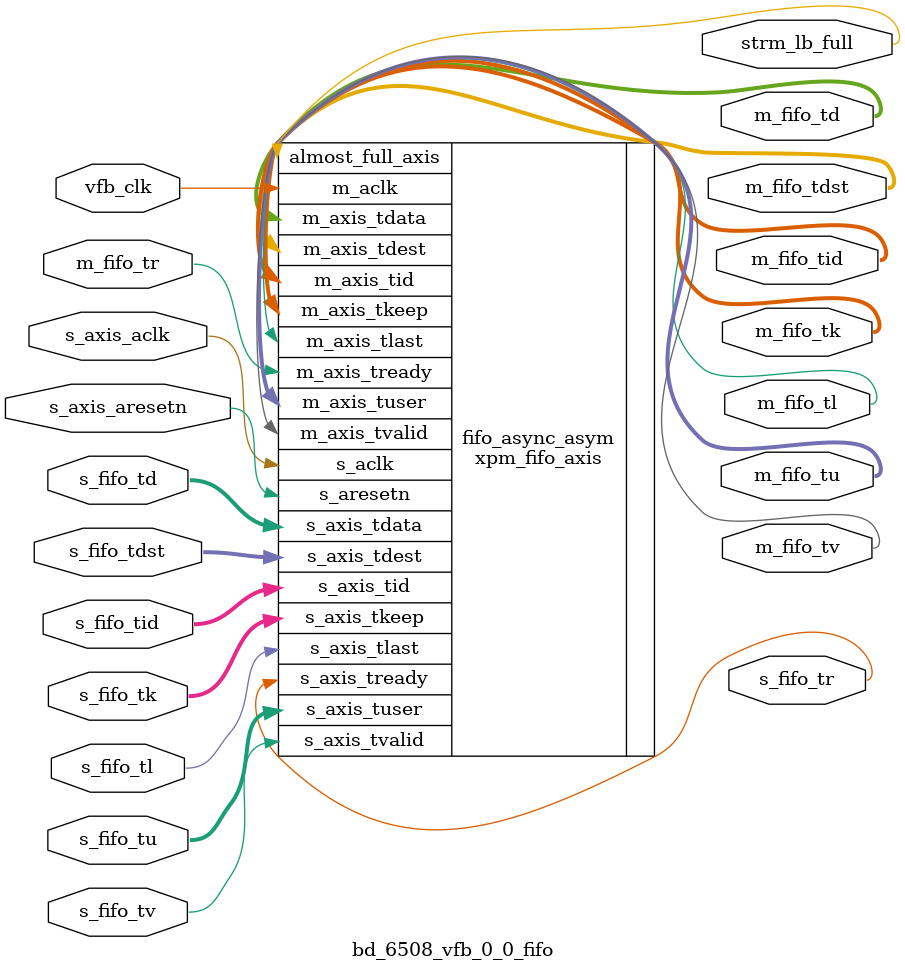
<source format=v>
`timescale 1ps/1ps
module bd_6508_vfb_0_0_fifo (
  input            s_axis_aclk    ,

  input         s_axis_aresetn ,
  input            vfb_clk        ,
  output    s_fifo_tr      ,
  input     s_fifo_tv      ,
  input      [64-1:0]  s_fifo_td      ,
  input [31:0]     s_fifo_tid    ,   
  input      [24-1:0]  s_fifo_tu      ,
  input      [31:0] s_fifo_tdst      ,
  input      [8-1:0] s_fifo_tk      ,
  input      s_fifo_tl      ,
  input     m_fifo_tr      ,
  output     m_fifo_tv      ,
  output   [64-1:0]   m_fifo_td      ,
  output [31:0]     m_fifo_tid    ,   
  output[ 31:0]     m_fifo_tdst    ,   
  output   [24-1:0]  m_fifo_tu      ,
  output    [8-1:0] m_fifo_tk      ,
  output      m_fifo_tl      ,
  output  strm_lb_full   
);

xpm_fifo_axis#(
      .CLOCKING_MODE("independent_clock"), // String
      .ECC_MODE("no_ecc"),            // String
      .FIFO_DEPTH(4096),              // DECIMAL
      .FIFO_MEMORY_TYPE("block"),      // String
      .PACKET_FIFO("false"),          // String
      .PROG_EMPTY_THRESH(10),         // DECIMAL
      .PROG_FULL_THRESH(4091),          // DECIMAL
      .RD_DATA_COUNT_WIDTH(1),        // DECIMAL
      .RELATED_CLOCKS(0),             // DECIMAL
      .SIM_ASSERT_CHK(0),             // DECIMAL; 0=disable simulation messages, 1=enable simulation messages
      .TDATA_WIDTH(64),               // DECIMAL
      .TDEST_WIDTH(32),                // DECIMAL
      .TID_WIDTH(32),                  // DECIMAL
      .TUSER_WIDTH(24),                // DECIMAL
      .USE_ADV_FEATURES("1008"),      // String
      .WR_DATA_COUNT_WIDTH(1)         // DECIMAL
 ) fifo_async_asym(
  .s_aclk            (s_axis_aclk    ),
  .s_aresetn         (s_axis_aresetn ),
  .m_aclk            (vfb_clk        ),
  .s_axis_tready     (s_fifo_tr      ),
  .s_axis_tvalid     (s_fifo_tv      ),
  .s_axis_tdata      (s_fifo_td      ),
  .s_axis_tid      ( s_fifo_tid      ),
  .s_axis_tuser      (s_fifo_tu      ),
  .s_axis_tdest      (s_fifo_tdst      ),
  .s_axis_tkeep      (s_fifo_tk      ),
  .s_axis_tlast      (s_fifo_tl      ),
  .m_axis_tready     (m_fifo_tr      ),
  .m_axis_tvalid     (m_fifo_tv      ),
  .m_axis_tdata      (m_fifo_td      ),
  .m_axis_tid        (m_fifo_tid      ),
  .m_axis_tdest      (m_fifo_tdst     ),
  .m_axis_tuser      (m_fifo_tu      ),
  .m_axis_tkeep      (m_fifo_tk      ),
  .m_axis_tlast      (m_fifo_tl      ),
  .almost_full_axis  (strm_lb_full   )
);
endmodule

</source>
